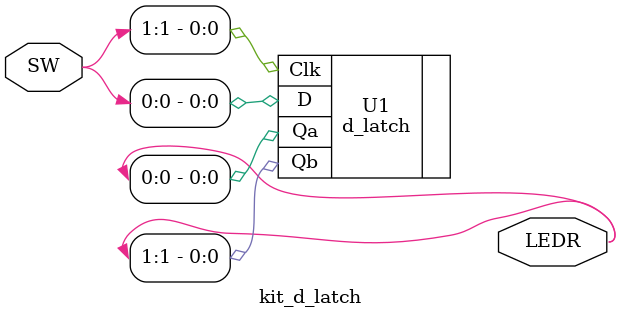
<source format=v>
module kit_d_latch(SW,LEDR);
	input [1:0] SW;
	output [1:0] LEDR; //LEDR 0 = Q Q' = LEDR[1]
	
	d_latch U1 (.D(SW[0]),.Clk(SW[1]),.Qa(LEDR[0]),.Qb(LEDR[1]));
	
endmodule

</source>
